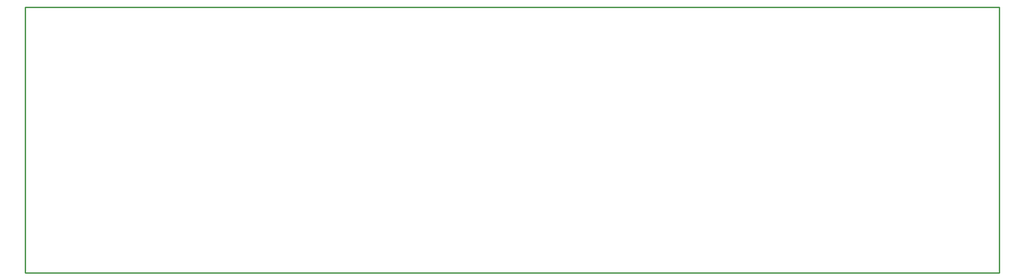
<source format=gko>
G04 Layer: BoardOutline*
G04 EasyEDA v6.4.25, 2021-12-20T13:39:12+01:00*
G04 63a1d32c011d494aaade838ba407243e,51d3ad7738a14b0e94bcfea3d2f56fdc,10*
G04 Gerber Generator version 0.2*
G04 Scale: 100 percent, Rotated: No, Reflected: No *
G04 Dimensions in millimeters *
G04 leading zeros omitted , absolute positions ,4 integer and 5 decimal *
%FSLAX45Y45*%
%MOMM*%

%ADD10C,0.2540*%
D10*
X0Y0D02*
G01*
X17081500Y0D01*
X17081500Y-4999989D01*
X-1257300Y-4999989D01*
X-1257300Y0D01*
X122415Y0D01*

%LPD*%
M02*

</source>
